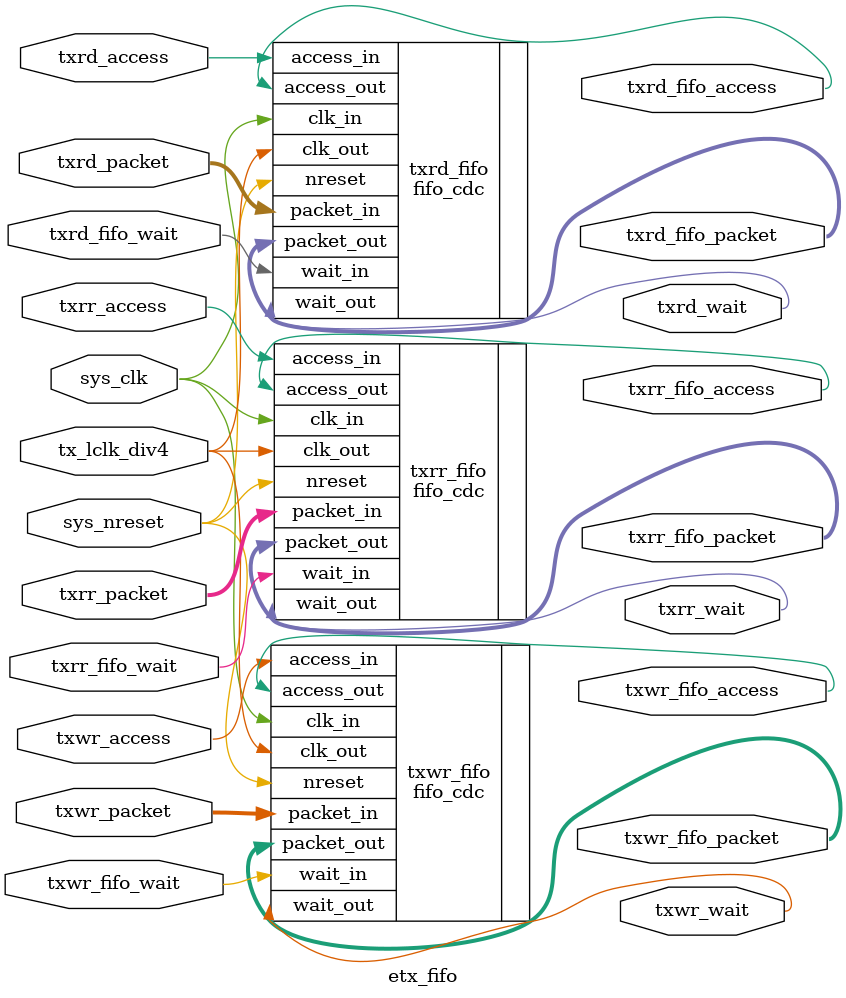
<source format=v>
module etx_fifo(/*AUTOARG*/
   // Outputs
   txrd_wait, txwr_wait, txrr_wait, txrd_fifo_access,
   txrd_fifo_packet, txrr_fifo_access, txrr_fifo_packet,
   txwr_fifo_access, txwr_fifo_packet,
   // Inputs
   sys_nreset, sys_clk, tx_lclk_div4, txrd_access, txrd_packet,
   txwr_access, txwr_packet, txrr_access, txrr_packet, txrd_fifo_wait,
   txrr_fifo_wait, txwr_fifo_wait
   );

   parameter AW      = 32;
   parameter DW      = 32;
   parameter PW      = 104;
   parameter RFAW    = 6;
   parameter ID      = 12'h000;
   
   //Clocks,reset,config
   input          sys_nreset;
   input 	  sys_clk;   
   input 	  tx_lclk_div4;	  // slow speed parallel clock
      
   //Read Request Channel Input
   input 	  txrd_access;
   input [PW-1:0] txrd_packet;
   output 	  txrd_wait;
   
   //Write Channel Input
   input 	  txwr_access;
   input [PW-1:0] txwr_packet;
   output 	  txwr_wait;
   
   //Read Response Channel Input
   input 	  txrr_access;
   input [PW-1:0] txrr_packet;
   output 	  txrr_wait;

   //Read request for pins
   output 	   txrd_fifo_access;
   output [PW-1:0] txrd_fifo_packet;
   input 	   txrd_fifo_wait;

   //Read response for pins
   output 	   txrr_fifo_access;
   output [PW-1:0] txrr_fifo_packet;
   input 	   txrr_fifo_wait;

   //Write for pins
   output 	   txwr_fifo_access;
   output [PW-1:0] txwr_fifo_packet;
   input 	   txwr_fifo_wait;

   
   /*AUTOOUTPUT*/
   /*AUTOINPUT*/
   /*AUTOWIRE*/

   
   /************************************************************/
   /*FIFOs                                                     */
   /************************************************************/
   //TODO: Minimize depth and width

   /*fifo_cdc  AUTO_TEMPLATE (
			       // Outputs
                               .access_out (@"(substring vl-cell-name  0 4)"_fifo_access),
			       .packet_out (@"(substring vl-cell-name  0 4)"_fifo_packet[PW-1:0]),
                               .wait_out   (@"(substring vl-cell-name  0 4)"_wait),
                               .wait_in   (@"(substring vl-cell-name  0 4)"_fifo_wait),
    			       .clk_out	   (tx_lclk_div4),
                               .clk_in	   (sys_clk),
                               .access_in  (@"(substring vl-cell-name  0 4)"_access),
                               .rd_en      (@"(substring vl-cell-name  0 4)"_fifo_read),
			       .nreset     (sys_nreset),
                               .packet_in  (@"(substring vl-cell-name  0 4)"_packet[PW-1:0]),
    );
    */

   //Write fifo (from slave)
   fifo_cdc #(.DW(104), .DEPTH(32)) txwr_fifo(
			                  /*AUTOINST*/
					      // Outputs
					      .wait_out		(txwr_wait),	 // Templated
					      .access_out	(txwr_fifo_access), // Templated
					      .packet_out	(txwr_fifo_packet[PW-1:0]), // Templated
					      // Inputs
					      .nreset		(sys_nreset),	 // Templated
					      .clk_in		(sys_clk),	 // Templated
					      .access_in	(txwr_access),	 // Templated
					      .packet_in	(txwr_packet[PW-1:0]), // Templated
					      .clk_out		(tx_lclk_div4),	 // Templated
					      .wait_in		(txwr_fifo_wait)); // Templated
   
   //Read request fifo (from slave)
   fifo_cdc  #(.DW(104), .DEPTH(32)) txrd_fifo(
				             /*AUTOINST*/
					       // Outputs
					       .wait_out	(txrd_wait),	 // Templated
					       .access_out	(txrd_fifo_access), // Templated
					       .packet_out	(txrd_fifo_packet[PW-1:0]), // Templated
					       // Inputs
					       .nreset		(sys_nreset),	 // Templated
					       .clk_in		(sys_clk),	 // Templated
					       .access_in	(txrd_access),	 // Templated
					       .packet_in	(txrd_packet[PW-1:0]), // Templated
					       .clk_out		(tx_lclk_div4),	 // Templated
					       .wait_in		(txrd_fifo_wait)); // Templated
   

  
   //Read response fifo (from master)
   fifo_cdc  #(.DW(104), .DEPTH(32)) txrr_fifo(
					    
					     /*AUTOINST*/
					       // Outputs
					       .wait_out	(txrr_wait),	 // Templated
					       .access_out	(txrr_fifo_access), // Templated
					       .packet_out	(txrr_fifo_packet[PW-1:0]), // Templated
					       // Inputs
					       .nreset		(sys_nreset),	 // Templated
					       .clk_in		(sys_clk),	 // Templated
					       .access_in	(txrr_access),	 // Templated
					       .packet_in	(txrr_packet[PW-1:0]), // Templated
					       .clk_out		(tx_lclk_div4),	 // Templated
					       .wait_in		(txrr_fifo_wait)); // Templated
  

   
endmodule // elink
// Local Variables:
// verilog-library-directories:("." "../../emmu/hdl" "../../memory/hdl" "../../edma/hdl/")
// End:




</source>
